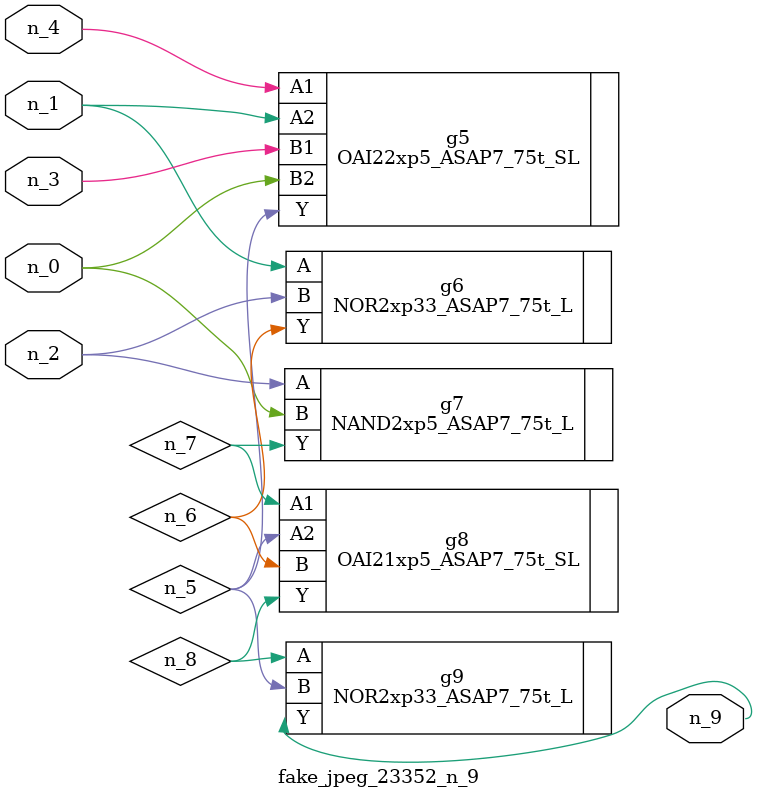
<source format=v>
module fake_jpeg_23352_n_9 (n_3, n_2, n_1, n_0, n_4, n_9);

input n_3;
input n_2;
input n_1;
input n_0;
input n_4;

output n_9;

wire n_8;
wire n_6;
wire n_5;
wire n_7;

OAI22xp5_ASAP7_75t_SL g5 ( 
.A1(n_4),
.A2(n_1),
.B1(n_3),
.B2(n_0),
.Y(n_5)
);

NOR2xp33_ASAP7_75t_L g6 ( 
.A(n_1),
.B(n_2),
.Y(n_6)
);

NAND2xp5_ASAP7_75t_L g7 ( 
.A(n_2),
.B(n_0),
.Y(n_7)
);

OAI21xp5_ASAP7_75t_SL g8 ( 
.A1(n_7),
.A2(n_5),
.B(n_6),
.Y(n_8)
);

NOR2xp33_ASAP7_75t_L g9 ( 
.A(n_8),
.B(n_5),
.Y(n_9)
);


endmodule
</source>
